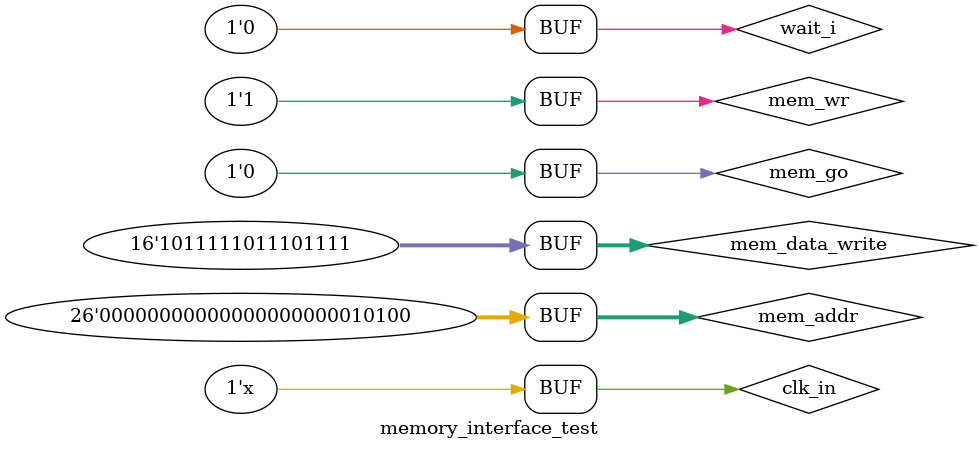
<source format=v>
`timescale 1ns / 1ps


module memory_interface_test;

	// Inputs
	reg wait_i;
	reg clk_in;
	reg [25:0] mem_addr;
	reg mem_go;
	reg mem_wr;
	reg [15:0] mem_data_write;

	// Outputs
	wire oe_o;
	wire we_o;
	wire adv_o;
	wire clk_o;
	wire ce_o;
	wire cre_o;
	wire ub_o;
	wire lb_o;
	wire [25:0] addr_o;
	wire [15:0] db_io;
	reg [15:0] mem_data_read;

	// Instantiate the Unit Under Test (UUT)
	memory_interface uut (
		.oe_o(oe_o), 
		.we_o(we_o), 
		.adv_o(adv_o), 
		.wait_i(wait_i), 
		.clk_o(clk_o), 
		.ce_o(ce_o), 
		.cre_o(cre_o), 
		.ub_o(ub_o), 
		.lb_o(lb_o), 
		.addr_o(addr_o),
		.db_io(db_io),
		.clk(clk_in),
		.addr_i(mem_addr),
		.go_i(mem_go),
		.we_i(mem_wr),
		.data_i(mem_data_write),
		.data_o(mem_data_read)
	);

	initial begin
		// Initialize Inputs
		wait_i = 0;
		clk_in = 0;
		mem_addr = 0;
		mem_go = 0;
		mem_wr = 0;
		mem_data_write = 0;

		// Wait 200 us to get past init state
		#200000;
        
		// Read Test
		mem_addr <= 31;
		mem_go <= 1;
		mem_wr <= 0;
		#1000 mem_go <= 0; // Next us turn go off
		
		# 1000000  // wait a ms
		
		// Write Test
		mem_addr <= 20;
		mem_go <= 1;
		mem_wr <= 1;
		mem_data_write <= 16'hBEEF;
		#1000 mem_go <= 0; // Next us turn go off

	end
      
	always begin
		#5 clk_in = !clk_in;
	end	
	
endmodule


</source>
